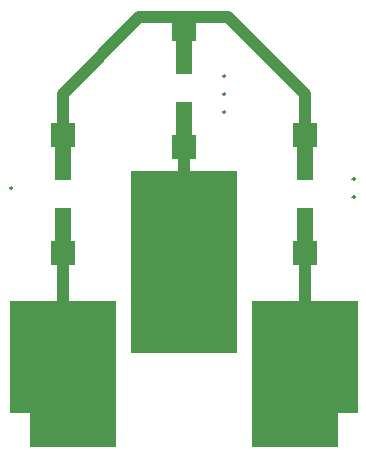
<source format=gbr>
G04 #@! TF.FileFunction,Copper,L1,Top,Signal*
%FSLAX46Y46*%
G04 Gerber Fmt 4.6, Leading zero omitted, Abs format (unit mm)*
G04 Created by KiCad (PCBNEW 4.0.1-stable) date 12/13/2016 9:24:21 AM*
%MOMM*%
G01*
G04 APERTURE LIST*
%ADD10C,0.100000*%
%ADD11C,0.200000*%
%ADD12R,1.000000X1.000000*%
%ADD13R,9.000000X15.500000*%
%ADD14R,7.300000X4.000000*%
%ADD15R,9.000000X9.500000*%
%ADD16R,1.399540X2.999740*%
%ADD17R,1.998980X1.998980*%
%ADD18C,1.000000*%
G04 APERTURE END LIST*
D10*
D11*
X122047619Y-80761905D02*
X122142857Y-80857143D01*
X122238095Y-80761905D01*
X122142857Y-80666667D01*
X122047619Y-80761905D01*
X122238095Y-80761905D01*
X122047619Y-79238095D02*
X122142857Y-79333333D01*
X122238095Y-79238095D01*
X122142857Y-79142857D01*
X122047619Y-79238095D01*
X122238095Y-79238095D01*
X93047619Y-80000000D02*
X93142857Y-80095238D01*
X93238095Y-80000000D01*
X93142857Y-79904762D01*
X93047619Y-80000000D01*
X93238095Y-80000000D01*
X111047619Y-73523810D02*
X111142857Y-73619048D01*
X111238095Y-73523810D01*
X111142857Y-73428572D01*
X111047619Y-73523810D01*
X111238095Y-73523810D01*
X111047619Y-72000000D02*
X111142857Y-72095238D01*
X111238095Y-72000000D01*
X111142857Y-71904762D01*
X111047619Y-72000000D01*
X111238095Y-72000000D01*
X111047619Y-70476190D02*
X111142857Y-70571428D01*
X111238095Y-70476190D01*
X111142857Y-70380952D01*
X111047619Y-70476190D01*
X111238095Y-70476190D01*
D12*
X110250000Y-82000000D03*
X109750000Y-82000000D03*
X109250000Y-82000000D03*
X108750000Y-82000000D03*
X108250000Y-82000000D03*
X107750000Y-82000000D03*
X107250000Y-82000000D03*
X106750000Y-82000000D03*
X106250000Y-82000000D03*
X105750000Y-82000000D03*
X105250000Y-82000000D03*
X105750000Y-87000000D03*
X106750000Y-87000000D03*
X107750000Y-87000000D03*
X108750000Y-87000000D03*
X109750000Y-87000000D03*
X105250000Y-87000000D03*
X106250000Y-87000000D03*
X107250000Y-87000000D03*
X108250000Y-87000000D03*
X109250000Y-87000000D03*
D13*
X107750000Y-86250000D03*
D12*
X110250000Y-87000000D03*
X100000000Y-97000000D03*
X99500000Y-97000000D03*
X99000000Y-97000000D03*
X98500000Y-97000000D03*
X98000000Y-97000000D03*
X97500000Y-97000000D03*
X97000000Y-97000000D03*
X96500000Y-97000000D03*
X96000000Y-97000000D03*
X95500000Y-97000000D03*
D14*
X98350000Y-100000000D03*
D15*
X97500000Y-94250000D03*
D12*
X95000000Y-97000000D03*
X120500000Y-97000000D03*
X120000000Y-97000000D03*
X119500000Y-97000000D03*
X119000000Y-97000000D03*
X118500000Y-97000000D03*
X118000000Y-97000000D03*
X117500000Y-97000000D03*
X117000000Y-97000000D03*
X116500000Y-97000000D03*
X116000000Y-97000000D03*
D14*
X117150000Y-100000000D03*
D15*
X118000000Y-94250000D03*
D12*
X115500000Y-97000000D03*
D16*
X107750000Y-74100960D03*
X107750000Y-68899040D03*
D17*
X107750000Y-76501260D03*
X107750000Y-66498740D03*
D16*
X118000000Y-77899040D03*
X118000000Y-83100960D03*
D17*
X118000000Y-75498740D03*
X118000000Y-85501260D03*
D16*
X97500000Y-77899040D03*
X97500000Y-83100960D03*
D17*
X97500000Y-75498740D03*
X97500000Y-85501260D03*
D18*
X107750000Y-69500000D02*
X107750000Y-65500000D01*
X107750000Y-65500000D02*
X108000000Y-65500000D01*
X97500000Y-78500000D02*
X97500000Y-72000000D01*
X118000000Y-72000000D02*
X111500000Y-65500000D01*
X111500000Y-65500000D02*
X108000000Y-65500000D01*
X108000000Y-65500000D02*
X104000000Y-65500000D01*
X118000000Y-72000000D02*
X118000000Y-78500000D01*
X97500000Y-72000000D02*
X104000000Y-65500000D01*
X97500000Y-82500000D02*
X97500000Y-91250000D01*
X107750000Y-73500000D02*
X107750000Y-79750000D01*
X118000000Y-82500000D02*
X118000000Y-91250000D01*
M02*

</source>
